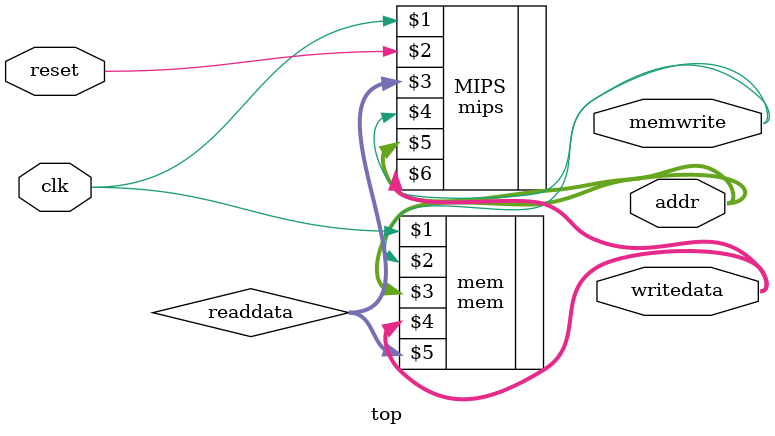
<source format=sv>
module top(input  logic        clk, reset,
           output logic [31:0] writedata, addr,
           output logic        memwrite);
    logic [31:0] readdata;
    
    mips MIPS(clk, reset, readdata, memwrite, addr, writedata);
    mem mem(clk, memwrite, addr, writedata, readdata);
endmodule

</source>
